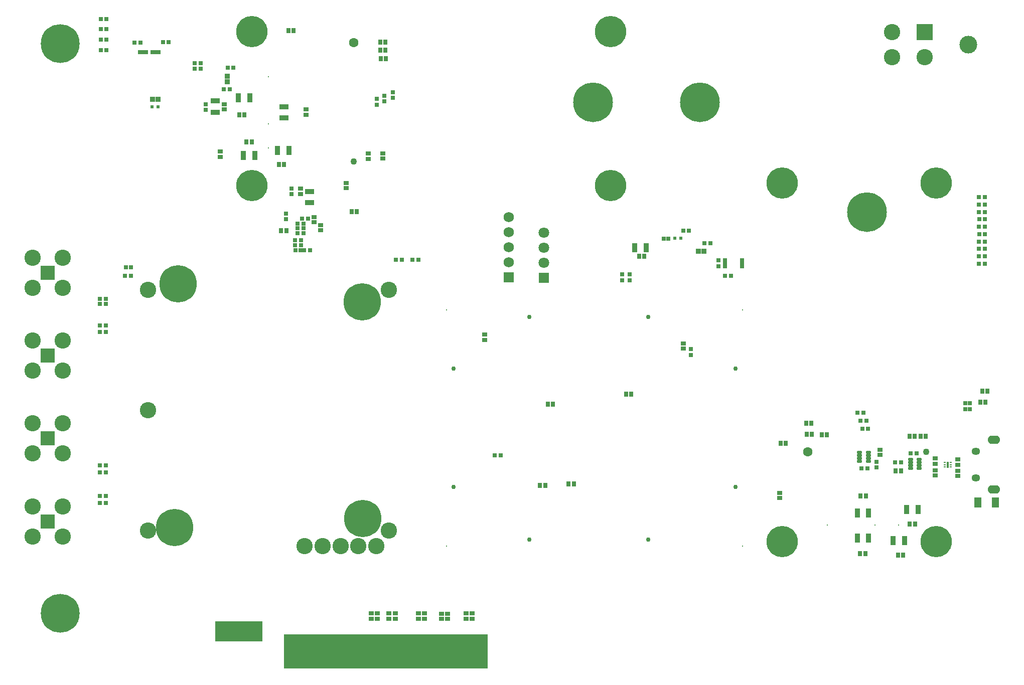
<source format=gbs>
G04*
G04 #@! TF.GenerationSoftware,Altium Limited,Altium Designer,24.4.1 (13)*
G04*
G04 Layer_Color=16711935*
%FSLAX44Y44*%
%MOMM*%
G71*
G04*
G04 #@! TF.SameCoordinates,2DCED30A-1E1E-443F-A63B-21E9B2F13A65*
G04*
G04*
G04 #@! TF.FilePolarity,Negative*
G04*
G01*
G75*
%ADD37R,0.5000X0.6000*%
%ADD74R,0.7393X0.6725*%
%ADD116R,0.3700X0.2400*%
%ADD117R,0.4000X1.0800*%
%ADD132R,0.6725X0.7393*%
%ADD143R,0.7032X0.8032*%
%ADD144R,0.8032X0.7032*%
%ADD146R,1.2532X1.8032*%
%ADD148R,0.8432X0.8032*%
%ADD149R,0.8032X0.8432*%
%ADD150R,1.5032X0.9032*%
%ADD151R,0.9032X1.5032*%
%ADD158R,0.9144X4.3942*%
%ADD159R,0.9144X3.4036*%
%ADD175R,0.6532X0.6532*%
%ADD198R,2.4532X2.4532*%
%ADD199C,2.7532*%
%ADD200C,0.7534*%
%ADD201C,6.2992*%
%ADD202C,2.7432*%
%ADD203C,0.2032*%
%ADD204C,2.7500*%
%ADD205R,2.7500X2.7500*%
%ADD206C,2.9972*%
%ADD207C,1.7532*%
%ADD208R,1.7532X1.7532*%
%ADD209C,1.8032*%
%ADD210R,1.8032X1.8032*%
%ADD211O,2.1032X1.4032*%
%ADD212O,1.4532X1.2532*%
%ADD213C,1.1000*%
%ADD214C,1.6000*%
%ADD215C,6.7032*%
%ADD216C,6.5532*%
%ADD217R,0.2032X0.2032*%
%ADD218C,5.2832*%
%ADD251R,0.6888X0.6725*%
%ADD258R,8.0000X3.4500*%
%ADD259R,34.4000X5.8500*%
%ADD260R,0.8532X0.9032*%
%ADD261R,0.9532X0.9032*%
%ADD262R,0.7532X0.7032*%
%ADD263R,0.7632X0.7232*%
G04:AMPARAMS|DCode=264|XSize=0.8632mm|YSize=0.5232mm|CornerRadius=0.1416mm|HoleSize=0mm|Usage=FLASHONLY|Rotation=0.000|XOffset=0mm|YOffset=0mm|HoleType=Round|Shape=RoundedRectangle|*
%AMROUNDEDRECTD264*
21,1,0.8632,0.2400,0,0,0.0*
21,1,0.5800,0.5232,0,0,0.0*
1,1,0.2832,0.2900,-0.1200*
1,1,0.2832,-0.2900,-0.1200*
1,1,0.2832,-0.2900,0.1200*
1,1,0.2832,0.2900,0.1200*
%
%ADD264ROUNDEDRECTD264*%
%ADD265R,0.8032X0.8532*%
%ADD266R,0.8532X0.8032*%
D37*
X1112000Y728000D02*
D03*
X1122000D02*
D03*
X240000Y950000D02*
D03*
X230000D02*
D03*
D74*
X1126334Y741000D02*
D03*
X1135666D02*
D03*
X366666Y1016000D02*
D03*
X357334D02*
D03*
D116*
X1577867Y341819D02*
D03*
Y345819D02*
D03*
Y349819D02*
D03*
X1567567D02*
D03*
Y345819D02*
D03*
Y341819D02*
D03*
D117*
X1572717Y345819D02*
D03*
D132*
X465000Y812166D02*
D03*
Y802834D02*
D03*
X320000Y954666D02*
D03*
Y945334D02*
D03*
D143*
X1430201Y433750D02*
D03*
X1420201D02*
D03*
X1435302Y419750D02*
D03*
X1425302D02*
D03*
X1438292Y406750D02*
D03*
X1428292D02*
D03*
X152000Y293000D02*
D03*
X142000D02*
D03*
X152000Y281000D02*
D03*
X142000D02*
D03*
X152000Y581000D02*
D03*
X142000D02*
D03*
X152000Y570000D02*
D03*
X142000D02*
D03*
X152000Y333000D02*
D03*
X142000D02*
D03*
X152000Y345000D02*
D03*
X142000D02*
D03*
X152000Y626000D02*
D03*
X142000D02*
D03*
X152000Y617000D02*
D03*
X142000D02*
D03*
X301540Y1014000D02*
D03*
X311540D02*
D03*
X485000Y753000D02*
D03*
X475000D02*
D03*
X485000Y745000D02*
D03*
X475000D02*
D03*
X486000Y708000D02*
D03*
X496000D02*
D03*
X471000Y725000D02*
D03*
X481000D02*
D03*
X493000Y761000D02*
D03*
X483000D02*
D03*
X481000Y716000D02*
D03*
X471000D02*
D03*
X1635000Y785000D02*
D03*
X1625000D02*
D03*
X1635500Y760000D02*
D03*
X1625500D02*
D03*
X1635500Y735000D02*
D03*
X1625500D02*
D03*
X1635000Y710000D02*
D03*
X1625000D02*
D03*
X1635000Y685000D02*
D03*
X1625000D02*
D03*
X1197000Y665000D02*
D03*
X1207000D02*
D03*
X200000Y1058000D02*
D03*
X210000D02*
D03*
X258000Y1059000D02*
D03*
X248000D02*
D03*
X184000Y665000D02*
D03*
X194000D02*
D03*
X1635000Y797500D02*
D03*
X1625000D02*
D03*
X1635000Y772500D02*
D03*
X1625000D02*
D03*
X1635000Y747500D02*
D03*
X1625000D02*
D03*
X1635000Y722500D02*
D03*
X1625000D02*
D03*
X1635000Y697500D02*
D03*
X1625000D02*
D03*
X1520000Y365000D02*
D03*
X1510000D02*
D03*
X1484000Y350000D02*
D03*
X1494000D02*
D03*
X1436957Y339499D02*
D03*
X1426957D02*
D03*
X153000Y1046000D02*
D03*
X143000D02*
D03*
X153000Y1063500D02*
D03*
X143000D02*
D03*
X153000Y1081000D02*
D03*
X143000D02*
D03*
X153000Y1098500D02*
D03*
X143000D02*
D03*
X485000Y737000D02*
D03*
X475000D02*
D03*
X311540Y1023651D02*
D03*
X301540D02*
D03*
X361000Y980000D02*
D03*
X351000D02*
D03*
X679000Y692000D02*
D03*
X669000D02*
D03*
X641470Y692098D02*
D03*
X651470D02*
D03*
X808000Y362000D02*
D03*
X818000D02*
D03*
D144*
X636000Y964880D02*
D03*
Y974880D02*
D03*
X622000Y958991D02*
D03*
Y968991D02*
D03*
X609000Y953555D02*
D03*
Y963555D02*
D03*
X456000Y770000D02*
D03*
Y760000D02*
D03*
X1185749Y691000D02*
D03*
Y681000D02*
D03*
X1452000Y341000D02*
D03*
Y351000D02*
D03*
X1022630Y657000D02*
D03*
Y667000D02*
D03*
X1035330Y657000D02*
D03*
Y667000D02*
D03*
X1139000Y531000D02*
D03*
Y541000D02*
D03*
D146*
X1623250Y282000D02*
D03*
X1652750D02*
D03*
D148*
X769540Y94676D02*
D03*
Y85876D02*
D03*
X759380Y94676D02*
D03*
Y85876D02*
D03*
X728000Y94400D02*
D03*
Y85600D02*
D03*
X718000Y94400D02*
D03*
Y85600D02*
D03*
X689530Y94676D02*
D03*
Y85876D02*
D03*
X679370Y94676D02*
D03*
Y85876D02*
D03*
X640508Y94676D02*
D03*
Y85876D02*
D03*
X629586Y94676D02*
D03*
Y85876D02*
D03*
X609520Y94676D02*
D03*
Y85876D02*
D03*
X599360Y94676D02*
D03*
Y85876D02*
D03*
X345000Y874400D02*
D03*
Y865600D02*
D03*
X1589400Y335570D02*
D03*
Y326770D02*
D03*
X1551000Y336400D02*
D03*
Y327600D02*
D03*
Y356400D02*
D03*
Y347600D02*
D03*
X1589400Y354571D02*
D03*
Y345770D02*
D03*
X1457957Y370899D02*
D03*
Y362099D02*
D03*
X1288796Y289617D02*
D03*
Y298417D02*
D03*
X557000Y821400D02*
D03*
Y812600D02*
D03*
X619000Y862600D02*
D03*
Y871400D02*
D03*
X594525Y862100D02*
D03*
Y870900D02*
D03*
X791000Y556600D02*
D03*
Y565400D02*
D03*
X480000Y811900D02*
D03*
Y803100D02*
D03*
X352000Y954400D02*
D03*
Y945600D02*
D03*
X490000Y945400D02*
D03*
Y936600D02*
D03*
X1126000Y541600D02*
D03*
Y550400D02*
D03*
X514266Y750138D02*
D03*
Y741338D02*
D03*
X502841Y755350D02*
D03*
Y764150D02*
D03*
D149*
X456400Y741000D02*
D03*
X447600D02*
D03*
X1484600Y335000D02*
D03*
X1493400D02*
D03*
X468400Y1079000D02*
D03*
X459600D02*
D03*
X1299400Y382000D02*
D03*
X1290600D02*
D03*
X1535650Y393750D02*
D03*
X1526850D02*
D03*
X1508100Y393757D02*
D03*
X1516900D02*
D03*
X1334600Y397000D02*
D03*
X1343400D02*
D03*
X1368900Y396254D02*
D03*
X1360100D02*
D03*
X1333600Y416000D02*
D03*
X1342400D02*
D03*
X623800Y1045500D02*
D03*
X615000D02*
D03*
X624210Y1031376D02*
D03*
X615410D02*
D03*
X884600Y311000D02*
D03*
X893400D02*
D03*
X932600Y313000D02*
D03*
X941400D02*
D03*
X1636400Y451000D02*
D03*
X1627600D02*
D03*
X1639788Y470000D02*
D03*
X1630988D02*
D03*
X623800Y1059500D02*
D03*
X615000D02*
D03*
X1029600Y465250D02*
D03*
X1038400D02*
D03*
X906400Y448000D02*
D03*
X897600D02*
D03*
X1497400Y193000D02*
D03*
X1488600D02*
D03*
X389125Y890876D02*
D03*
X397925D02*
D03*
X452400Y853000D02*
D03*
X443600D02*
D03*
X1508600Y246000D02*
D03*
X1517400D02*
D03*
X385675Y936601D02*
D03*
X376875D02*
D03*
X1424600Y196000D02*
D03*
X1433400D02*
D03*
X1425600Y293000D02*
D03*
X1434400D02*
D03*
X566600Y773000D02*
D03*
X575400D02*
D03*
X1060511Y698000D02*
D03*
X1051711D02*
D03*
D150*
X336189Y960072D02*
D03*
Y941072D02*
D03*
X495500Y788000D02*
D03*
Y807000D02*
D03*
X452525Y931376D02*
D03*
Y950376D02*
D03*
D151*
X1438876Y263828D02*
D03*
X1419876D02*
D03*
X1044330Y712500D02*
D03*
X1063330D02*
D03*
X375500Y965000D02*
D03*
X394500D02*
D03*
X441503Y876476D02*
D03*
X460503D02*
D03*
X1480500Y218000D02*
D03*
X1499500D02*
D03*
X1522500Y270000D02*
D03*
X1503500D02*
D03*
X403025Y867581D02*
D03*
X384025D02*
D03*
X1438876Y221753D02*
D03*
X1419876D02*
D03*
D158*
X489000Y37376D02*
D03*
X649000D02*
D03*
X669000D02*
D03*
X739000D02*
D03*
X779000D02*
D03*
X699000D02*
D03*
X749000D02*
D03*
X709000D02*
D03*
X589000D02*
D03*
X619000D02*
D03*
X659000D02*
D03*
X529000D02*
D03*
X519000D02*
D03*
X509000D02*
D03*
X499000D02*
D03*
X559000D02*
D03*
X599000D02*
D03*
X609000D02*
D03*
X629000D02*
D03*
X639000D02*
D03*
X719000D02*
D03*
X679000D02*
D03*
X729000D02*
D03*
X759000D02*
D03*
X769000D02*
D03*
X689000D02*
D03*
X539000D02*
D03*
X549000D02*
D03*
X469000D02*
D03*
X479000D02*
D03*
X789000D02*
D03*
D159*
X459000Y42329D02*
D03*
D175*
X480000Y708000D02*
D03*
X472000D02*
D03*
X186000Y679000D02*
D03*
X194000D02*
D03*
D198*
X53500Y250000D02*
D03*
X53500Y390000D02*
D03*
Y530000D02*
D03*
X53500Y670000D02*
D03*
D199*
X28100Y275400D02*
D03*
Y224600D02*
D03*
X78900D02*
D03*
Y275400D02*
D03*
X28100Y415400D02*
D03*
X28100Y364600D02*
D03*
X78900Y364600D02*
D03*
X78900Y415400D02*
D03*
X28100Y555400D02*
D03*
Y504600D02*
D03*
X78900D02*
D03*
Y555400D02*
D03*
X28100Y695400D02*
D03*
Y644600D02*
D03*
X78900D02*
D03*
Y695400D02*
D03*
D200*
X1214375Y308431D02*
D03*
Y508431D02*
D03*
X866774Y595307D02*
D03*
X1066774D02*
D03*
X738148Y508455D02*
D03*
Y308456D02*
D03*
X1066749Y219080D02*
D03*
X866749D02*
D03*
D201*
X584550Y620426D02*
D03*
X273800Y651160D02*
D03*
X267450Y240080D02*
D03*
X585225Y255074D02*
D03*
D202*
X487040Y208000D02*
D03*
X548000D02*
D03*
X223000Y641000D02*
D03*
Y438000D02*
D03*
Y235000D02*
D03*
X629000D02*
D03*
Y641000D02*
D03*
X608000Y208000D02*
D03*
X578000D02*
D03*
X517520D02*
D03*
X487040D02*
D03*
X548000D02*
D03*
X578000D02*
D03*
X223000Y641000D02*
D03*
X608000Y208000D02*
D03*
X223000Y235000D02*
D03*
X629000Y641000D02*
D03*
X223000Y438000D02*
D03*
X517520Y208000D02*
D03*
X629000Y235000D02*
D03*
D203*
X1489376Y243775D02*
D03*
X1449376D02*
D03*
X1489376D02*
D03*
X1369376D02*
D03*
X426275Y1000876D02*
D03*
Y880876D02*
D03*
D03*
Y920876D02*
D03*
D204*
X1478882Y1034000D02*
D03*
Y1075910D02*
D03*
X1534000Y1034000D02*
D03*
D205*
Y1075910D02*
D03*
D206*
X1606898Y1054955D02*
D03*
D207*
X832000Y712800D02*
D03*
Y738200D02*
D03*
Y687400D02*
D03*
Y763600D02*
D03*
D208*
Y662000D02*
D03*
D209*
X891000Y687000D02*
D03*
Y712400D02*
D03*
Y737800D02*
D03*
D210*
Y661600D02*
D03*
D211*
X1650000Y304000D02*
D03*
Y387500D02*
D03*
D212*
X1620000Y368000D02*
D03*
Y323500D02*
D03*
D213*
X1536000Y367750D02*
D03*
X570000Y858000D02*
D03*
D214*
X1336000Y367750D02*
D03*
X570000Y1058000D02*
D03*
D215*
X1436000Y772000D02*
D03*
X974250Y958000D02*
D03*
X1154000D02*
D03*
D216*
X75000Y1057000D02*
D03*
X75000Y95000D02*
D03*
D217*
X1226110Y208497D02*
D03*
X726746Y607277D02*
D03*
X727000Y208497D02*
D03*
X1226110Y607277D02*
D03*
D218*
X1553426Y216075D02*
D03*
X1293426Y821075D02*
D03*
X1553426D02*
D03*
X1293426Y216075D02*
D03*
X398575Y816826D02*
D03*
X1003575Y1076826D02*
D03*
Y816826D02*
D03*
X398575Y1076826D02*
D03*
D251*
X1161865Y720000D02*
D03*
X1172135D02*
D03*
D258*
X376000Y64626D02*
D03*
D259*
X624000Y30626D02*
D03*
D260*
X357000Y992250D02*
D03*
Y1001750D02*
D03*
D261*
X1161250Y706500D02*
D03*
X1151750D02*
D03*
X239750Y962500D02*
D03*
X230250D02*
D03*
D262*
X1101000Y727000D02*
D03*
X1093500D02*
D03*
D263*
X1602000Y439802D02*
D03*
X1609800D02*
D03*
X1609800Y449802D02*
D03*
X1602000D02*
D03*
D264*
X1509817Y344483D02*
D03*
Y339483D02*
D03*
Y349483D02*
D03*
Y354483D02*
D03*
X1524517D02*
D03*
Y349483D02*
D03*
Y344483D02*
D03*
Y339483D02*
D03*
X1423700Y366800D02*
D03*
Y361800D02*
D03*
Y356800D02*
D03*
Y351800D02*
D03*
X1438400D02*
D03*
Y356800D02*
D03*
Y366800D02*
D03*
Y361800D02*
D03*
D265*
X1197000Y690250D02*
D03*
Y681750D02*
D03*
X1225250Y690250D02*
D03*
Y681750D02*
D03*
D266*
X210250Y1042500D02*
D03*
X218750D02*
D03*
X239750D02*
D03*
X231250D02*
D03*
M02*

</source>
